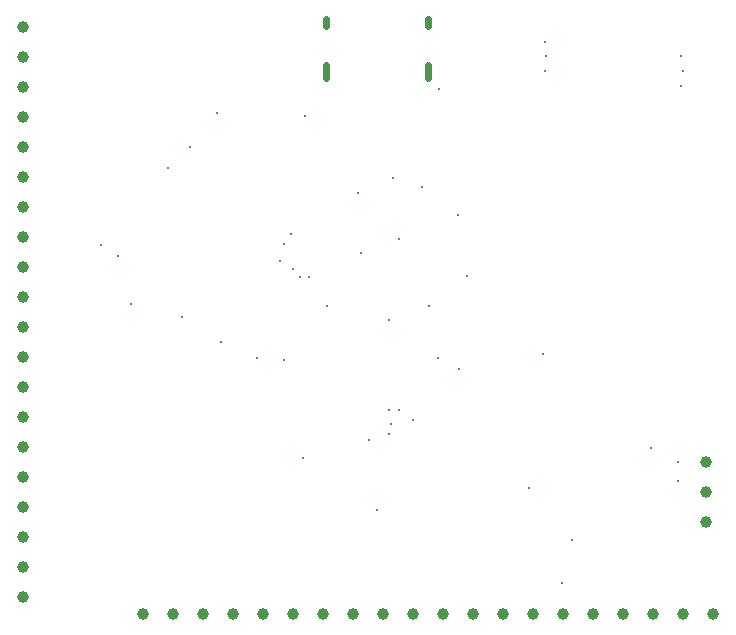
<source format=gbr>
%TF.GenerationSoftware,KiCad,Pcbnew,9.0.6*%
%TF.CreationDate,2025-12-18T17:34:30+05:30*%
%TF.ProjectId,Blueprint_Project,426c7565-7072-4696-9e74-5f50726f6a65,rev?*%
%TF.SameCoordinates,Original*%
%TF.FileFunction,Plated,1,2,PTH,Mixed*%
%TF.FilePolarity,Positive*%
%FSLAX46Y46*%
G04 Gerber Fmt 4.6, Leading zero omitted, Abs format (unit mm)*
G04 Created by KiCad (PCBNEW 9.0.6) date 2025-12-18 17:34:30*
%MOMM*%
%LPD*%
G01*
G04 APERTURE LIST*
%TA.AperFunction,ViaDrill*%
%ADD10C,0.300000*%
%TD*%
G04 aperture for slot hole*
%TA.AperFunction,ComponentDrill*%
%ADD11C,0.600000*%
%TD*%
%TA.AperFunction,ComponentDrill*%
%ADD12C,1.000000*%
%TD*%
G04 APERTURE END LIST*
D10*
X156300000Y-82030000D03*
X157730000Y-82950000D03*
X158830000Y-87010000D03*
X162020000Y-75470000D03*
X163140000Y-88130000D03*
X163870000Y-73710000D03*
X166100000Y-70820000D03*
X166470000Y-90200000D03*
X169510000Y-91590000D03*
X171470000Y-83340000D03*
X171770000Y-91740000D03*
X171830000Y-81950000D03*
X172370000Y-81120000D03*
X172600000Y-84040000D03*
X173160000Y-84681450D03*
X173430000Y-100060000D03*
X173630000Y-71080000D03*
X173960000Y-84681450D03*
X175421250Y-87158750D03*
X178090000Y-77590000D03*
X178310000Y-82660000D03*
X179030000Y-98520000D03*
X179710000Y-104450000D03*
X180670000Y-88330000D03*
X180680000Y-96020000D03*
X180740000Y-98020000D03*
X180850000Y-97170000D03*
X181060000Y-76359742D03*
X181550000Y-81460000D03*
X181560000Y-95970000D03*
X182690000Y-96810000D03*
X183530000Y-77110000D03*
X184090000Y-87160000D03*
X184810000Y-91610000D03*
X184910000Y-68770000D03*
X186540000Y-79460000D03*
X186650000Y-92500000D03*
X187310954Y-84651354D03*
X192520000Y-102600000D03*
X193750000Y-91210000D03*
X193890000Y-64840000D03*
X193930000Y-67290000D03*
X193970000Y-66050000D03*
X195330000Y-110660000D03*
X196230000Y-106990000D03*
X202860000Y-99230000D03*
X205140000Y-100390000D03*
X205141000Y-102020000D03*
X205440000Y-66040000D03*
X205460000Y-68560000D03*
X205630000Y-67290000D03*
D11*
%TO.C,J2*%
X175390000Y-62870000D02*
X175390000Y-63470000D01*
X175390000Y-66800000D02*
X175390000Y-67900000D01*
X184030000Y-62870000D02*
X184030000Y-63470000D01*
X184030000Y-66800000D02*
X184030000Y-67900000D01*
D12*
%TO.C,J1*%
X149750000Y-63550000D03*
X149750000Y-66090000D03*
X149750000Y-68630000D03*
X149750000Y-71170000D03*
X149750000Y-73710000D03*
X149750000Y-76250000D03*
X149750000Y-78790000D03*
X149750000Y-81330000D03*
X149750000Y-83870000D03*
X149750000Y-86410000D03*
X149750000Y-88950000D03*
X149750000Y-91490000D03*
X149750000Y-94030000D03*
X149750000Y-96570000D03*
X149750000Y-99110000D03*
X149750000Y-101650000D03*
X149750000Y-104190000D03*
X149750000Y-106730000D03*
X149750000Y-109270000D03*
X149750000Y-111810000D03*
%TO.C,J4*%
X159890000Y-113250000D03*
X162430000Y-113250000D03*
X164970000Y-113250000D03*
X167510000Y-113250000D03*
X170050000Y-113250000D03*
X172590000Y-113250000D03*
X175130000Y-113250000D03*
X177670000Y-113250000D03*
X180210000Y-113250000D03*
X182750000Y-113250000D03*
X185290000Y-113250000D03*
X187830000Y-113250000D03*
X190370000Y-113250000D03*
X192910000Y-113250000D03*
X195450000Y-113250000D03*
X197990000Y-113250000D03*
X200530000Y-113250000D03*
X203070000Y-113250000D03*
X205610000Y-113250000D03*
%TO.C,J3*%
X207580000Y-100390000D03*
X207580000Y-102930000D03*
X207580000Y-105470000D03*
%TO.C,J4*%
X208150000Y-113250000D03*
M02*

</source>
